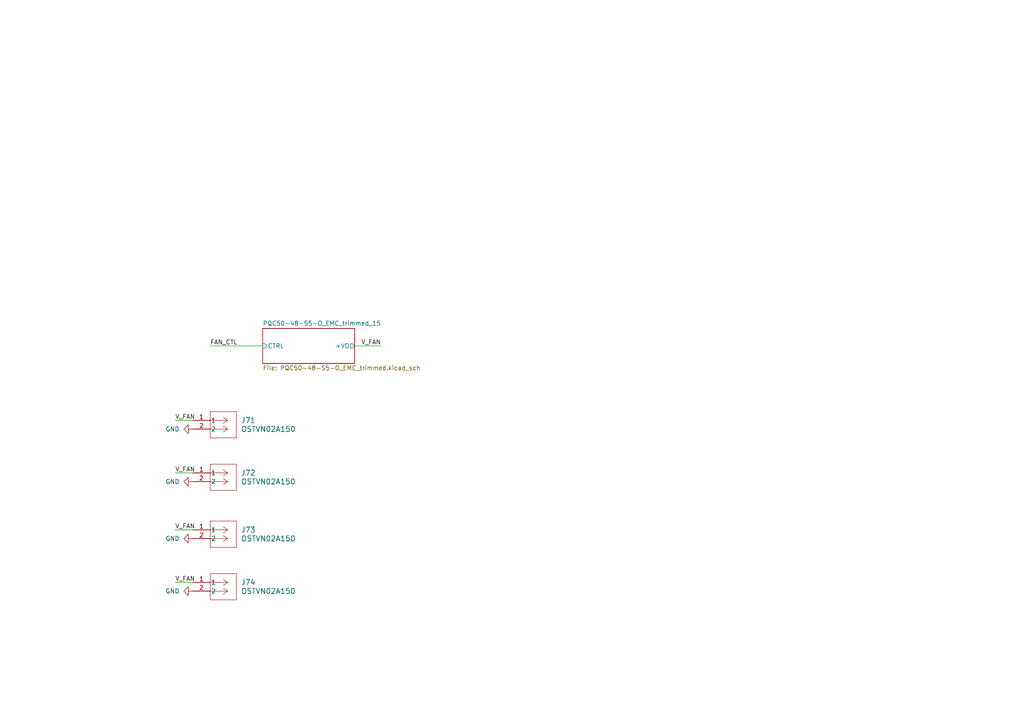
<source format=kicad_sch>
(kicad_sch (version 20231120) (generator "eeschema") (generator_version "8.0")
  (paper "A4")
  (lib_symbols
    (symbol "2024-02-14_22-22-09:OSTVN02A150" (pin_names (offset 0.254))
      (property "Reference" "J" (at 8.89 6.35 0))
      (property "Value" "OSTVN02A150" (at 5.08 -6.35 0))
      (symbol "OSTVN02A150_1_1"
        (polyline (pts (xy 5.08 -5.08) (xy 12.7 -5.08)) (stroke (width 0.127)))
        (polyline (pts (xy 5.08 2.54) (xy 5.08 -5.08)) (stroke (width 0.127)))
        (polyline (pts (xy 10.16 -2.54) (xy 5.08 -2.54)) (stroke (width 0.127)))
        (polyline (pts (xy 10.16 -2.54) (xy 8.89 -3.3867)) (stroke (width 0.127)))
        (polyline (pts (xy 10.16 -2.54) (xy 8.89 -1.6933)) (stroke (width 0.127)))
        (polyline (pts (xy 10.16 0) (xy 5.08 0)) (stroke (width 0.127)))
        (polyline (pts (xy 10.16 0) (xy 8.89 -0.8467)) (stroke (width 0.127)))
        (polyline (pts (xy 10.16 0) (xy 8.89 0.8467)) (stroke (width 0.127)))
        (polyline (pts (xy 12.7 -5.08) (xy 12.7 2.54)) (stroke (width 0.127)))
        (polyline (pts (xy 12.7 2.54) (xy 5.08 2.54)) (stroke (width 0.127)))
        (pin unspecified line (at 0 0 0) (length 5.08) (name "1") (number "1"))
        (pin unspecified line (at 0 -2.54 0) (length 5.08) (name "2") (number "2"))
      )
      (symbol "OSTVN02A150_1_2"
        (polyline (pts (xy 5.08 -5.08) (xy 12.7 -5.08)) (stroke (width 0.127)))
        (polyline (pts (xy 5.08 2.54) (xy 5.08 -5.08)) (stroke (width 0.127)))
        (polyline (pts (xy 7.62 -2.54) (xy 5.08 -2.54)) (stroke (width 0.127)))
        (polyline (pts (xy 7.62 -2.54) (xy 8.89 -3.3867)) (stroke (width 0.127)))
        (polyline (pts (xy 7.62 -2.54) (xy 8.89 -1.6933)) (stroke (width 0.127)))
        (polyline (pts (xy 7.62 0) (xy 5.08 0)) (stroke (width 0.127)))
        (polyline (pts (xy 7.62 0) (xy 8.89 -0.8467)) (stroke (width 0.127)))
        (polyline (pts (xy 7.62 0) (xy 8.89 0.8467)) (stroke (width 0.127)))
        (polyline (pts (xy 12.7 -5.08) (xy 12.7 2.54)) (stroke (width 0.127)))
        (polyline (pts (xy 12.7 2.54) (xy 5.08 2.54)) (stroke (width 0.127)))
        (pin unspecified line (at 0 0 0) (length 5.08) (name "1") (number "1"))
        (pin unspecified line (at 0 -2.54 0) (length 5.08) (name "2") (number "2"))
      )
    )
    (symbol "power:GND" (power) (pin_names (offset 0))
      (property "Value" "GND" (at 0 -3.81 0))
      (symbol "GND_0_1"
        (polyline (pts (xy 0 0) (xy 0 -1.27) (xy 1.27 -1.27) (xy 0 -2.54) (xy -1.27 -1.27) (xy 0 -1.27)))
      )
      (symbol "GND_1_1"
        (pin power_in line (at 0 0 270) (length 0) hide (name "GND") (number "1"))
      )
    )
  )
  (wire (pts (xy 55.88 121.92) (xy 50.8 121.92)))
  (wire (pts (xy 60.96 100.33) (xy 76.2 100.33)))
  (wire (pts (xy 102.87 100.33) (xy 110.49 100.33)))
  (wire (pts (xy 55.88 168.91) (xy 50.8 168.91)))
  (wire (pts (xy 55.88 153.67) (xy 50.8 153.67)))
  (wire (pts (xy 55.88 137.16) (xy 50.8 137.16)))
  (label "V_FAN" (at 50.8 137.16 0))
  (label "V_FAN" (at 50.8 153.67 0))
  (label "V_FAN" (at 110.49 100.33 180))
  (label "FAN_CTL" (at 60.96 100.33 0))
  (label "V_FAN" (at 50.8 168.91 0))
  (label "V_FAN" (at 50.8 121.92 0))
  (symbol (lib_id "2024-02-14_22-22-09:OSTVN02A150") (at 55.88 137.16 0) (unit 1)
    (property "Reference" "J72" (at 69.85 137.16 0) (effects (font (size 1.524 1.524)) (justify left)))
    (property "Value" "OSTVN02A150" (at 69.85 139.7 0) (effects (font (size 1.524 1.524)) (justify left)))
    (property "Footprint" "BCRL_power_supply:CONN_OSTVN02A150_OST" (effects (hide yes)))
  )
  (symbol (lib_id "power:GND") (at 55.88 171.45 270) (unit 1)
    (property "Reference" "#PWR0257" (effects (hide yes)))
    (property "Value" "GND" (at 52.07 171.45 90) (effects (justify right)))
  )
  (symbol (lib_id "power:GND") (at 55.88 156.21 270) (unit 1)
    (property "Reference" "#PWR0256" (effects (hide yes)))
    (property "Value" "GND" (at 52.07 156.21 90) (effects (justify right)))
  )
  (symbol (lib_id "2024-02-14_22-22-09:OSTVN02A150") (at 55.88 168.91 0) (unit 1)
    (property "Reference" "J74" (at 69.85 168.91 0) (effects (font (size 1.524 1.524)) (justify left)))
    (property "Value" "OSTVN02A150" (at 69.85 171.45 0) (effects (font (size 1.524 1.524)) (justify left)))
    (property "Footprint" "BCRL_power_supply:CONN_OSTVN02A150_OST" (effects (hide yes)))
  )
  (symbol (lib_id "power:GND") (at 55.88 124.46 270) (unit 1)
    (property "Reference" "#PWR0254" (effects (hide yes)))
    (property "Value" "GND" (at 52.07 124.46 90) (effects (justify right)))
  )
  (symbol (lib_id "2024-02-14_22-22-09:OSTVN02A150") (at 55.88 153.67 0) (unit 1)
    (property "Reference" "J73" (at 69.85 153.67 0) (effects (font (size 1.524 1.524)) (justify left)))
    (property "Value" "OSTVN02A150" (at 69.85 156.21 0) (effects (font (size 1.524 1.524)) (justify left)))
    (property "Footprint" "BCRL_power_supply:CONN_OSTVN02A150_OST" (effects (hide yes)))
  )
  (symbol (lib_id "power:GND") (at 55.88 139.7 270) (unit 1)
    (property "Reference" "#PWR0255" (effects (hide yes)))
    (property "Value" "GND" (at 52.07 139.7 90) (effects (justify right)))
  )
  (symbol (lib_id "2024-02-14_22-22-09:OSTVN02A150") (at 55.88 121.92 0) (unit 1)
    (property "Reference" "J71" (at 69.85 121.92 0) (effects (font (size 1.524 1.524)) (justify left)))
    (property "Value" "OSTVN02A150" (at 69.85 124.46 0) (effects (font (size 1.524 1.524)) (justify left)))
    (property "Footprint" "BCRL_power_supply:CONN_OSTVN02A150_OST" (effects (hide yes)))
  )
  (sheet (at 76.2 95.25) (size 26.67 10.16) (stroke (width 0.1524))
    (property "Sheetname" "PQC50-48-S5-O_EMC_trimmed_15" (at 76.2 94.5384 0) (effects (justify left bottom)))
    (property "Sheetfile" "PQC50-48-S5-O_EMC_trimmed.kicad_sch" (at 76.2 105.9946 0) (effects (justify left top)))
    (pin "+VO" output (at 102.87 100.33 0))
    (pin "CTRL" input (at 76.2 100.33 180))
  )
)
</source>
